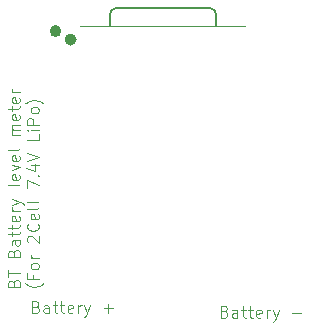
<source format=gbr>
%TF.GenerationSoftware,KiCad,Pcbnew,8.0.5*%
%TF.CreationDate,2024-10-16T14:13:12+03:00*%
%TF.ProjectId,H2Car_BatteryLevelndicator,48324361-725f-4426-9174-746572794c65,rev?*%
%TF.SameCoordinates,Original*%
%TF.FileFunction,Legend,Top*%
%TF.FilePolarity,Positive*%
%FSLAX46Y46*%
G04 Gerber Fmt 4.6, Leading zero omitted, Abs format (unit mm)*
G04 Created by KiCad (PCBNEW 8.0.5) date 2024-10-16 14:13:12*
%MOMM*%
%LPD*%
G01*
G04 APERTURE LIST*
%ADD10C,0.100000*%
%ADD11C,0.127000*%
%ADD12C,0.504000*%
G04 APERTURE END LIST*
D10*
X93093217Y-91753809D02*
X93236074Y-91801428D01*
X93236074Y-91801428D02*
X93283693Y-91849047D01*
X93283693Y-91849047D02*
X93331312Y-91944285D01*
X93331312Y-91944285D02*
X93331312Y-92087142D01*
X93331312Y-92087142D02*
X93283693Y-92182380D01*
X93283693Y-92182380D02*
X93236074Y-92230000D01*
X93236074Y-92230000D02*
X93140836Y-92277619D01*
X93140836Y-92277619D02*
X92759884Y-92277619D01*
X92759884Y-92277619D02*
X92759884Y-91277619D01*
X92759884Y-91277619D02*
X93093217Y-91277619D01*
X93093217Y-91277619D02*
X93188455Y-91325238D01*
X93188455Y-91325238D02*
X93236074Y-91372857D01*
X93236074Y-91372857D02*
X93283693Y-91468095D01*
X93283693Y-91468095D02*
X93283693Y-91563333D01*
X93283693Y-91563333D02*
X93236074Y-91658571D01*
X93236074Y-91658571D02*
X93188455Y-91706190D01*
X93188455Y-91706190D02*
X93093217Y-91753809D01*
X93093217Y-91753809D02*
X92759884Y-91753809D01*
X94188455Y-92277619D02*
X94188455Y-91753809D01*
X94188455Y-91753809D02*
X94140836Y-91658571D01*
X94140836Y-91658571D02*
X94045598Y-91610952D01*
X94045598Y-91610952D02*
X93855122Y-91610952D01*
X93855122Y-91610952D02*
X93759884Y-91658571D01*
X94188455Y-92230000D02*
X94093217Y-92277619D01*
X94093217Y-92277619D02*
X93855122Y-92277619D01*
X93855122Y-92277619D02*
X93759884Y-92230000D01*
X93759884Y-92230000D02*
X93712265Y-92134761D01*
X93712265Y-92134761D02*
X93712265Y-92039523D01*
X93712265Y-92039523D02*
X93759884Y-91944285D01*
X93759884Y-91944285D02*
X93855122Y-91896666D01*
X93855122Y-91896666D02*
X94093217Y-91896666D01*
X94093217Y-91896666D02*
X94188455Y-91849047D01*
X94521789Y-91610952D02*
X94902741Y-91610952D01*
X94664646Y-91277619D02*
X94664646Y-92134761D01*
X94664646Y-92134761D02*
X94712265Y-92230000D01*
X94712265Y-92230000D02*
X94807503Y-92277619D01*
X94807503Y-92277619D02*
X94902741Y-92277619D01*
X95093218Y-91610952D02*
X95474170Y-91610952D01*
X95236075Y-91277619D02*
X95236075Y-92134761D01*
X95236075Y-92134761D02*
X95283694Y-92230000D01*
X95283694Y-92230000D02*
X95378932Y-92277619D01*
X95378932Y-92277619D02*
X95474170Y-92277619D01*
X96188456Y-92230000D02*
X96093218Y-92277619D01*
X96093218Y-92277619D02*
X95902742Y-92277619D01*
X95902742Y-92277619D02*
X95807504Y-92230000D01*
X95807504Y-92230000D02*
X95759885Y-92134761D01*
X95759885Y-92134761D02*
X95759885Y-91753809D01*
X95759885Y-91753809D02*
X95807504Y-91658571D01*
X95807504Y-91658571D02*
X95902742Y-91610952D01*
X95902742Y-91610952D02*
X96093218Y-91610952D01*
X96093218Y-91610952D02*
X96188456Y-91658571D01*
X96188456Y-91658571D02*
X96236075Y-91753809D01*
X96236075Y-91753809D02*
X96236075Y-91849047D01*
X96236075Y-91849047D02*
X95759885Y-91944285D01*
X96664647Y-92277619D02*
X96664647Y-91610952D01*
X96664647Y-91801428D02*
X96712266Y-91706190D01*
X96712266Y-91706190D02*
X96759885Y-91658571D01*
X96759885Y-91658571D02*
X96855123Y-91610952D01*
X96855123Y-91610952D02*
X96950361Y-91610952D01*
X97188457Y-91610952D02*
X97426552Y-92277619D01*
X97664647Y-91610952D02*
X97426552Y-92277619D01*
X97426552Y-92277619D02*
X97331314Y-92515714D01*
X97331314Y-92515714D02*
X97283695Y-92563333D01*
X97283695Y-92563333D02*
X97188457Y-92610952D01*
X98807505Y-91896666D02*
X99569410Y-91896666D01*
X77142017Y-91348609D02*
X77284874Y-91396228D01*
X77284874Y-91396228D02*
X77332493Y-91443847D01*
X77332493Y-91443847D02*
X77380112Y-91539085D01*
X77380112Y-91539085D02*
X77380112Y-91681942D01*
X77380112Y-91681942D02*
X77332493Y-91777180D01*
X77332493Y-91777180D02*
X77284874Y-91824800D01*
X77284874Y-91824800D02*
X77189636Y-91872419D01*
X77189636Y-91872419D02*
X76808684Y-91872419D01*
X76808684Y-91872419D02*
X76808684Y-90872419D01*
X76808684Y-90872419D02*
X77142017Y-90872419D01*
X77142017Y-90872419D02*
X77237255Y-90920038D01*
X77237255Y-90920038D02*
X77284874Y-90967657D01*
X77284874Y-90967657D02*
X77332493Y-91062895D01*
X77332493Y-91062895D02*
X77332493Y-91158133D01*
X77332493Y-91158133D02*
X77284874Y-91253371D01*
X77284874Y-91253371D02*
X77237255Y-91300990D01*
X77237255Y-91300990D02*
X77142017Y-91348609D01*
X77142017Y-91348609D02*
X76808684Y-91348609D01*
X78237255Y-91872419D02*
X78237255Y-91348609D01*
X78237255Y-91348609D02*
X78189636Y-91253371D01*
X78189636Y-91253371D02*
X78094398Y-91205752D01*
X78094398Y-91205752D02*
X77903922Y-91205752D01*
X77903922Y-91205752D02*
X77808684Y-91253371D01*
X78237255Y-91824800D02*
X78142017Y-91872419D01*
X78142017Y-91872419D02*
X77903922Y-91872419D01*
X77903922Y-91872419D02*
X77808684Y-91824800D01*
X77808684Y-91824800D02*
X77761065Y-91729561D01*
X77761065Y-91729561D02*
X77761065Y-91634323D01*
X77761065Y-91634323D02*
X77808684Y-91539085D01*
X77808684Y-91539085D02*
X77903922Y-91491466D01*
X77903922Y-91491466D02*
X78142017Y-91491466D01*
X78142017Y-91491466D02*
X78237255Y-91443847D01*
X78570589Y-91205752D02*
X78951541Y-91205752D01*
X78713446Y-90872419D02*
X78713446Y-91729561D01*
X78713446Y-91729561D02*
X78761065Y-91824800D01*
X78761065Y-91824800D02*
X78856303Y-91872419D01*
X78856303Y-91872419D02*
X78951541Y-91872419D01*
X79142018Y-91205752D02*
X79522970Y-91205752D01*
X79284875Y-90872419D02*
X79284875Y-91729561D01*
X79284875Y-91729561D02*
X79332494Y-91824800D01*
X79332494Y-91824800D02*
X79427732Y-91872419D01*
X79427732Y-91872419D02*
X79522970Y-91872419D01*
X80237256Y-91824800D02*
X80142018Y-91872419D01*
X80142018Y-91872419D02*
X79951542Y-91872419D01*
X79951542Y-91872419D02*
X79856304Y-91824800D01*
X79856304Y-91824800D02*
X79808685Y-91729561D01*
X79808685Y-91729561D02*
X79808685Y-91348609D01*
X79808685Y-91348609D02*
X79856304Y-91253371D01*
X79856304Y-91253371D02*
X79951542Y-91205752D01*
X79951542Y-91205752D02*
X80142018Y-91205752D01*
X80142018Y-91205752D02*
X80237256Y-91253371D01*
X80237256Y-91253371D02*
X80284875Y-91348609D01*
X80284875Y-91348609D02*
X80284875Y-91443847D01*
X80284875Y-91443847D02*
X79808685Y-91539085D01*
X80713447Y-91872419D02*
X80713447Y-91205752D01*
X80713447Y-91396228D02*
X80761066Y-91300990D01*
X80761066Y-91300990D02*
X80808685Y-91253371D01*
X80808685Y-91253371D02*
X80903923Y-91205752D01*
X80903923Y-91205752D02*
X80999161Y-91205752D01*
X81237257Y-91205752D02*
X81475352Y-91872419D01*
X81713447Y-91205752D02*
X81475352Y-91872419D01*
X81475352Y-91872419D02*
X81380114Y-92110514D01*
X81380114Y-92110514D02*
X81332495Y-92158133D01*
X81332495Y-92158133D02*
X81237257Y-92205752D01*
X82856305Y-91491466D02*
X83618210Y-91491466D01*
X83237257Y-91872419D02*
X83237257Y-91110514D01*
X75234065Y-89329582D02*
X75281684Y-89186725D01*
X75281684Y-89186725D02*
X75329303Y-89139106D01*
X75329303Y-89139106D02*
X75424541Y-89091487D01*
X75424541Y-89091487D02*
X75567398Y-89091487D01*
X75567398Y-89091487D02*
X75662636Y-89139106D01*
X75662636Y-89139106D02*
X75710256Y-89186725D01*
X75710256Y-89186725D02*
X75757875Y-89281963D01*
X75757875Y-89281963D02*
X75757875Y-89662915D01*
X75757875Y-89662915D02*
X74757875Y-89662915D01*
X74757875Y-89662915D02*
X74757875Y-89329582D01*
X74757875Y-89329582D02*
X74805494Y-89234344D01*
X74805494Y-89234344D02*
X74853113Y-89186725D01*
X74853113Y-89186725D02*
X74948351Y-89139106D01*
X74948351Y-89139106D02*
X75043589Y-89139106D01*
X75043589Y-89139106D02*
X75138827Y-89186725D01*
X75138827Y-89186725D02*
X75186446Y-89234344D01*
X75186446Y-89234344D02*
X75234065Y-89329582D01*
X75234065Y-89329582D02*
X75234065Y-89662915D01*
X74757875Y-88805772D02*
X74757875Y-88234344D01*
X75757875Y-88520058D02*
X74757875Y-88520058D01*
X75234065Y-86805772D02*
X75281684Y-86662915D01*
X75281684Y-86662915D02*
X75329303Y-86615296D01*
X75329303Y-86615296D02*
X75424541Y-86567677D01*
X75424541Y-86567677D02*
X75567398Y-86567677D01*
X75567398Y-86567677D02*
X75662636Y-86615296D01*
X75662636Y-86615296D02*
X75710256Y-86662915D01*
X75710256Y-86662915D02*
X75757875Y-86758153D01*
X75757875Y-86758153D02*
X75757875Y-87139105D01*
X75757875Y-87139105D02*
X74757875Y-87139105D01*
X74757875Y-87139105D02*
X74757875Y-86805772D01*
X74757875Y-86805772D02*
X74805494Y-86710534D01*
X74805494Y-86710534D02*
X74853113Y-86662915D01*
X74853113Y-86662915D02*
X74948351Y-86615296D01*
X74948351Y-86615296D02*
X75043589Y-86615296D01*
X75043589Y-86615296D02*
X75138827Y-86662915D01*
X75138827Y-86662915D02*
X75186446Y-86710534D01*
X75186446Y-86710534D02*
X75234065Y-86805772D01*
X75234065Y-86805772D02*
X75234065Y-87139105D01*
X75757875Y-85710534D02*
X75234065Y-85710534D01*
X75234065Y-85710534D02*
X75138827Y-85758153D01*
X75138827Y-85758153D02*
X75091208Y-85853391D01*
X75091208Y-85853391D02*
X75091208Y-86043867D01*
X75091208Y-86043867D02*
X75138827Y-86139105D01*
X75710256Y-85710534D02*
X75757875Y-85805772D01*
X75757875Y-85805772D02*
X75757875Y-86043867D01*
X75757875Y-86043867D02*
X75710256Y-86139105D01*
X75710256Y-86139105D02*
X75615017Y-86186724D01*
X75615017Y-86186724D02*
X75519779Y-86186724D01*
X75519779Y-86186724D02*
X75424541Y-86139105D01*
X75424541Y-86139105D02*
X75376922Y-86043867D01*
X75376922Y-86043867D02*
X75376922Y-85805772D01*
X75376922Y-85805772D02*
X75329303Y-85710534D01*
X75091208Y-85377200D02*
X75091208Y-84996248D01*
X74757875Y-85234343D02*
X75615017Y-85234343D01*
X75615017Y-85234343D02*
X75710256Y-85186724D01*
X75710256Y-85186724D02*
X75757875Y-85091486D01*
X75757875Y-85091486D02*
X75757875Y-84996248D01*
X75091208Y-84805771D02*
X75091208Y-84424819D01*
X74757875Y-84662914D02*
X75615017Y-84662914D01*
X75615017Y-84662914D02*
X75710256Y-84615295D01*
X75710256Y-84615295D02*
X75757875Y-84520057D01*
X75757875Y-84520057D02*
X75757875Y-84424819D01*
X75710256Y-83710533D02*
X75757875Y-83805771D01*
X75757875Y-83805771D02*
X75757875Y-83996247D01*
X75757875Y-83996247D02*
X75710256Y-84091485D01*
X75710256Y-84091485D02*
X75615017Y-84139104D01*
X75615017Y-84139104D02*
X75234065Y-84139104D01*
X75234065Y-84139104D02*
X75138827Y-84091485D01*
X75138827Y-84091485D02*
X75091208Y-83996247D01*
X75091208Y-83996247D02*
X75091208Y-83805771D01*
X75091208Y-83805771D02*
X75138827Y-83710533D01*
X75138827Y-83710533D02*
X75234065Y-83662914D01*
X75234065Y-83662914D02*
X75329303Y-83662914D01*
X75329303Y-83662914D02*
X75424541Y-84139104D01*
X75757875Y-83234342D02*
X75091208Y-83234342D01*
X75281684Y-83234342D02*
X75186446Y-83186723D01*
X75186446Y-83186723D02*
X75138827Y-83139104D01*
X75138827Y-83139104D02*
X75091208Y-83043866D01*
X75091208Y-83043866D02*
X75091208Y-82948628D01*
X75091208Y-82710532D02*
X75757875Y-82472437D01*
X75091208Y-82234342D02*
X75757875Y-82472437D01*
X75757875Y-82472437D02*
X75995970Y-82567675D01*
X75995970Y-82567675D02*
X76043589Y-82615294D01*
X76043589Y-82615294D02*
X76091208Y-82710532D01*
X75757875Y-80948627D02*
X75710256Y-81043865D01*
X75710256Y-81043865D02*
X75615017Y-81091484D01*
X75615017Y-81091484D02*
X74757875Y-81091484D01*
X75710256Y-80186722D02*
X75757875Y-80281960D01*
X75757875Y-80281960D02*
X75757875Y-80472436D01*
X75757875Y-80472436D02*
X75710256Y-80567674D01*
X75710256Y-80567674D02*
X75615017Y-80615293D01*
X75615017Y-80615293D02*
X75234065Y-80615293D01*
X75234065Y-80615293D02*
X75138827Y-80567674D01*
X75138827Y-80567674D02*
X75091208Y-80472436D01*
X75091208Y-80472436D02*
X75091208Y-80281960D01*
X75091208Y-80281960D02*
X75138827Y-80186722D01*
X75138827Y-80186722D02*
X75234065Y-80139103D01*
X75234065Y-80139103D02*
X75329303Y-80139103D01*
X75329303Y-80139103D02*
X75424541Y-80615293D01*
X75091208Y-79805769D02*
X75757875Y-79567674D01*
X75757875Y-79567674D02*
X75091208Y-79329579D01*
X75710256Y-78567674D02*
X75757875Y-78662912D01*
X75757875Y-78662912D02*
X75757875Y-78853388D01*
X75757875Y-78853388D02*
X75710256Y-78948626D01*
X75710256Y-78948626D02*
X75615017Y-78996245D01*
X75615017Y-78996245D02*
X75234065Y-78996245D01*
X75234065Y-78996245D02*
X75138827Y-78948626D01*
X75138827Y-78948626D02*
X75091208Y-78853388D01*
X75091208Y-78853388D02*
X75091208Y-78662912D01*
X75091208Y-78662912D02*
X75138827Y-78567674D01*
X75138827Y-78567674D02*
X75234065Y-78520055D01*
X75234065Y-78520055D02*
X75329303Y-78520055D01*
X75329303Y-78520055D02*
X75424541Y-78996245D01*
X75757875Y-77948626D02*
X75710256Y-78043864D01*
X75710256Y-78043864D02*
X75615017Y-78091483D01*
X75615017Y-78091483D02*
X74757875Y-78091483D01*
X75757875Y-76805768D02*
X75091208Y-76805768D01*
X75186446Y-76805768D02*
X75138827Y-76758149D01*
X75138827Y-76758149D02*
X75091208Y-76662911D01*
X75091208Y-76662911D02*
X75091208Y-76520054D01*
X75091208Y-76520054D02*
X75138827Y-76424816D01*
X75138827Y-76424816D02*
X75234065Y-76377197D01*
X75234065Y-76377197D02*
X75757875Y-76377197D01*
X75234065Y-76377197D02*
X75138827Y-76329578D01*
X75138827Y-76329578D02*
X75091208Y-76234340D01*
X75091208Y-76234340D02*
X75091208Y-76091483D01*
X75091208Y-76091483D02*
X75138827Y-75996244D01*
X75138827Y-75996244D02*
X75234065Y-75948625D01*
X75234065Y-75948625D02*
X75757875Y-75948625D01*
X75710256Y-75091483D02*
X75757875Y-75186721D01*
X75757875Y-75186721D02*
X75757875Y-75377197D01*
X75757875Y-75377197D02*
X75710256Y-75472435D01*
X75710256Y-75472435D02*
X75615017Y-75520054D01*
X75615017Y-75520054D02*
X75234065Y-75520054D01*
X75234065Y-75520054D02*
X75138827Y-75472435D01*
X75138827Y-75472435D02*
X75091208Y-75377197D01*
X75091208Y-75377197D02*
X75091208Y-75186721D01*
X75091208Y-75186721D02*
X75138827Y-75091483D01*
X75138827Y-75091483D02*
X75234065Y-75043864D01*
X75234065Y-75043864D02*
X75329303Y-75043864D01*
X75329303Y-75043864D02*
X75424541Y-75520054D01*
X75091208Y-74758149D02*
X75091208Y-74377197D01*
X74757875Y-74615292D02*
X75615017Y-74615292D01*
X75615017Y-74615292D02*
X75710256Y-74567673D01*
X75710256Y-74567673D02*
X75757875Y-74472435D01*
X75757875Y-74472435D02*
X75757875Y-74377197D01*
X75710256Y-73662911D02*
X75757875Y-73758149D01*
X75757875Y-73758149D02*
X75757875Y-73948625D01*
X75757875Y-73948625D02*
X75710256Y-74043863D01*
X75710256Y-74043863D02*
X75615017Y-74091482D01*
X75615017Y-74091482D02*
X75234065Y-74091482D01*
X75234065Y-74091482D02*
X75138827Y-74043863D01*
X75138827Y-74043863D02*
X75091208Y-73948625D01*
X75091208Y-73948625D02*
X75091208Y-73758149D01*
X75091208Y-73758149D02*
X75138827Y-73662911D01*
X75138827Y-73662911D02*
X75234065Y-73615292D01*
X75234065Y-73615292D02*
X75329303Y-73615292D01*
X75329303Y-73615292D02*
X75424541Y-74091482D01*
X75757875Y-73186720D02*
X75091208Y-73186720D01*
X75281684Y-73186720D02*
X75186446Y-73139101D01*
X75186446Y-73139101D02*
X75138827Y-73091482D01*
X75138827Y-73091482D02*
X75091208Y-72996244D01*
X75091208Y-72996244D02*
X75091208Y-72901006D01*
X77748771Y-89377201D02*
X77701152Y-89424820D01*
X77701152Y-89424820D02*
X77558295Y-89520058D01*
X77558295Y-89520058D02*
X77463057Y-89567677D01*
X77463057Y-89567677D02*
X77320200Y-89615296D01*
X77320200Y-89615296D02*
X77082104Y-89662915D01*
X77082104Y-89662915D02*
X76891628Y-89662915D01*
X76891628Y-89662915D02*
X76653533Y-89615296D01*
X76653533Y-89615296D02*
X76510676Y-89567677D01*
X76510676Y-89567677D02*
X76415438Y-89520058D01*
X76415438Y-89520058D02*
X76272580Y-89424820D01*
X76272580Y-89424820D02*
X76224961Y-89377201D01*
X76844009Y-88662915D02*
X76844009Y-88996248D01*
X77367819Y-88996248D02*
X76367819Y-88996248D01*
X76367819Y-88996248D02*
X76367819Y-88520058D01*
X77367819Y-87996248D02*
X77320200Y-88091486D01*
X77320200Y-88091486D02*
X77272580Y-88139105D01*
X77272580Y-88139105D02*
X77177342Y-88186724D01*
X77177342Y-88186724D02*
X76891628Y-88186724D01*
X76891628Y-88186724D02*
X76796390Y-88139105D01*
X76796390Y-88139105D02*
X76748771Y-88091486D01*
X76748771Y-88091486D02*
X76701152Y-87996248D01*
X76701152Y-87996248D02*
X76701152Y-87853391D01*
X76701152Y-87853391D02*
X76748771Y-87758153D01*
X76748771Y-87758153D02*
X76796390Y-87710534D01*
X76796390Y-87710534D02*
X76891628Y-87662915D01*
X76891628Y-87662915D02*
X77177342Y-87662915D01*
X77177342Y-87662915D02*
X77272580Y-87710534D01*
X77272580Y-87710534D02*
X77320200Y-87758153D01*
X77320200Y-87758153D02*
X77367819Y-87853391D01*
X77367819Y-87853391D02*
X77367819Y-87996248D01*
X77367819Y-87234343D02*
X76701152Y-87234343D01*
X76891628Y-87234343D02*
X76796390Y-87186724D01*
X76796390Y-87186724D02*
X76748771Y-87139105D01*
X76748771Y-87139105D02*
X76701152Y-87043867D01*
X76701152Y-87043867D02*
X76701152Y-86948629D01*
X76463057Y-85901009D02*
X76415438Y-85853390D01*
X76415438Y-85853390D02*
X76367819Y-85758152D01*
X76367819Y-85758152D02*
X76367819Y-85520057D01*
X76367819Y-85520057D02*
X76415438Y-85424819D01*
X76415438Y-85424819D02*
X76463057Y-85377200D01*
X76463057Y-85377200D02*
X76558295Y-85329581D01*
X76558295Y-85329581D02*
X76653533Y-85329581D01*
X76653533Y-85329581D02*
X76796390Y-85377200D01*
X76796390Y-85377200D02*
X77367819Y-85948628D01*
X77367819Y-85948628D02*
X77367819Y-85329581D01*
X77272580Y-84329581D02*
X77320200Y-84377200D01*
X77320200Y-84377200D02*
X77367819Y-84520057D01*
X77367819Y-84520057D02*
X77367819Y-84615295D01*
X77367819Y-84615295D02*
X77320200Y-84758152D01*
X77320200Y-84758152D02*
X77224961Y-84853390D01*
X77224961Y-84853390D02*
X77129723Y-84901009D01*
X77129723Y-84901009D02*
X76939247Y-84948628D01*
X76939247Y-84948628D02*
X76796390Y-84948628D01*
X76796390Y-84948628D02*
X76605914Y-84901009D01*
X76605914Y-84901009D02*
X76510676Y-84853390D01*
X76510676Y-84853390D02*
X76415438Y-84758152D01*
X76415438Y-84758152D02*
X76367819Y-84615295D01*
X76367819Y-84615295D02*
X76367819Y-84520057D01*
X76367819Y-84520057D02*
X76415438Y-84377200D01*
X76415438Y-84377200D02*
X76463057Y-84329581D01*
X77320200Y-83520057D02*
X77367819Y-83615295D01*
X77367819Y-83615295D02*
X77367819Y-83805771D01*
X77367819Y-83805771D02*
X77320200Y-83901009D01*
X77320200Y-83901009D02*
X77224961Y-83948628D01*
X77224961Y-83948628D02*
X76844009Y-83948628D01*
X76844009Y-83948628D02*
X76748771Y-83901009D01*
X76748771Y-83901009D02*
X76701152Y-83805771D01*
X76701152Y-83805771D02*
X76701152Y-83615295D01*
X76701152Y-83615295D02*
X76748771Y-83520057D01*
X76748771Y-83520057D02*
X76844009Y-83472438D01*
X76844009Y-83472438D02*
X76939247Y-83472438D01*
X76939247Y-83472438D02*
X77034485Y-83948628D01*
X77367819Y-82901009D02*
X77320200Y-82996247D01*
X77320200Y-82996247D02*
X77224961Y-83043866D01*
X77224961Y-83043866D02*
X76367819Y-83043866D01*
X77367819Y-82377199D02*
X77320200Y-82472437D01*
X77320200Y-82472437D02*
X77224961Y-82520056D01*
X77224961Y-82520056D02*
X76367819Y-82520056D01*
X76367819Y-81329579D02*
X76367819Y-80662913D01*
X76367819Y-80662913D02*
X77367819Y-81091484D01*
X77272580Y-80281960D02*
X77320200Y-80234341D01*
X77320200Y-80234341D02*
X77367819Y-80281960D01*
X77367819Y-80281960D02*
X77320200Y-80329579D01*
X77320200Y-80329579D02*
X77272580Y-80281960D01*
X77272580Y-80281960D02*
X77367819Y-80281960D01*
X76701152Y-79377199D02*
X77367819Y-79377199D01*
X76320200Y-79615294D02*
X77034485Y-79853389D01*
X77034485Y-79853389D02*
X77034485Y-79234342D01*
X76367819Y-78996246D02*
X77367819Y-78662913D01*
X77367819Y-78662913D02*
X76367819Y-78329580D01*
X77367819Y-76758151D02*
X77367819Y-77234341D01*
X77367819Y-77234341D02*
X76367819Y-77234341D01*
X77367819Y-76424817D02*
X76701152Y-76424817D01*
X76367819Y-76424817D02*
X76415438Y-76472436D01*
X76415438Y-76472436D02*
X76463057Y-76424817D01*
X76463057Y-76424817D02*
X76415438Y-76377198D01*
X76415438Y-76377198D02*
X76367819Y-76424817D01*
X76367819Y-76424817D02*
X76463057Y-76424817D01*
X77367819Y-75948627D02*
X76367819Y-75948627D01*
X76367819Y-75948627D02*
X76367819Y-75567675D01*
X76367819Y-75567675D02*
X76415438Y-75472437D01*
X76415438Y-75472437D02*
X76463057Y-75424818D01*
X76463057Y-75424818D02*
X76558295Y-75377199D01*
X76558295Y-75377199D02*
X76701152Y-75377199D01*
X76701152Y-75377199D02*
X76796390Y-75424818D01*
X76796390Y-75424818D02*
X76844009Y-75472437D01*
X76844009Y-75472437D02*
X76891628Y-75567675D01*
X76891628Y-75567675D02*
X76891628Y-75948627D01*
X77367819Y-74805770D02*
X77320200Y-74901008D01*
X77320200Y-74901008D02*
X77272580Y-74948627D01*
X77272580Y-74948627D02*
X77177342Y-74996246D01*
X77177342Y-74996246D02*
X76891628Y-74996246D01*
X76891628Y-74996246D02*
X76796390Y-74948627D01*
X76796390Y-74948627D02*
X76748771Y-74901008D01*
X76748771Y-74901008D02*
X76701152Y-74805770D01*
X76701152Y-74805770D02*
X76701152Y-74662913D01*
X76701152Y-74662913D02*
X76748771Y-74567675D01*
X76748771Y-74567675D02*
X76796390Y-74520056D01*
X76796390Y-74520056D02*
X76891628Y-74472437D01*
X76891628Y-74472437D02*
X77177342Y-74472437D01*
X77177342Y-74472437D02*
X77272580Y-74520056D01*
X77272580Y-74520056D02*
X77320200Y-74567675D01*
X77320200Y-74567675D02*
X77367819Y-74662913D01*
X77367819Y-74662913D02*
X77367819Y-74805770D01*
X77748771Y-74139103D02*
X77701152Y-74091484D01*
X77701152Y-74091484D02*
X77558295Y-73996246D01*
X77558295Y-73996246D02*
X77463057Y-73948627D01*
X77463057Y-73948627D02*
X77320200Y-73901008D01*
X77320200Y-73901008D02*
X77082104Y-73853389D01*
X77082104Y-73853389D02*
X76891628Y-73853389D01*
X76891628Y-73853389D02*
X76653533Y-73901008D01*
X76653533Y-73901008D02*
X76510676Y-73948627D01*
X76510676Y-73948627D02*
X76415438Y-73996246D01*
X76415438Y-73996246D02*
X76272580Y-74091484D01*
X76272580Y-74091484D02*
X76224961Y-74139103D01*
D11*
%TO.C,U1*%
X83389000Y-67602100D02*
X83392728Y-66591828D01*
X83892728Y-66092100D02*
X91888000Y-66092100D01*
X92388000Y-66592100D02*
X92388000Y-67602100D01*
D10*
X94869000Y-67602100D02*
X80899000Y-67602100D01*
D11*
X83392728Y-66591828D02*
G75*
G02*
X83892728Y-66092098I500022J-292D01*
G01*
X91888000Y-66092100D02*
G75*
G02*
X92388000Y-66592100I-100J-500100D01*
G01*
D12*
X79036000Y-68018100D02*
G75*
G02*
X78532000Y-68018100I-252000J0D01*
G01*
X78532000Y-68018100D02*
G75*
G02*
X79036000Y-68018100I252000J0D01*
G01*
X80310000Y-68735100D02*
G75*
G02*
X79806000Y-68735100I-252000J0D01*
G01*
X79806000Y-68735100D02*
G75*
G02*
X80310000Y-68735100I252000J0D01*
G01*
%TD*%
M02*

</source>
